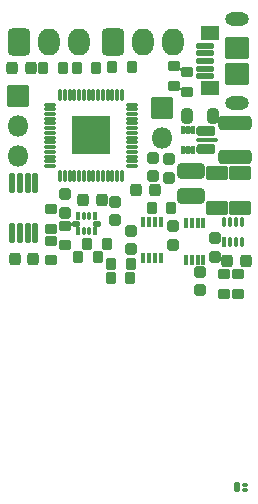
<source format=gts>
G04 #@! TF.GenerationSoftware,KiCad,Pcbnew,(6.0.7)*
G04 #@! TF.CreationDate,2022-10-27T11:55:22+02:00*
G04 #@! TF.ProjectId,soilMoistureSensor,736f696c-4d6f-4697-9374-75726553656e,rev?*
G04 #@! TF.SameCoordinates,Original*
G04 #@! TF.FileFunction,Soldermask,Top*
G04 #@! TF.FilePolarity,Negative*
%FSLAX46Y46*%
G04 Gerber Fmt 4.6, Leading zero omitted, Abs format (unit mm)*
G04 Created by KiCad (PCBNEW (6.0.7)) date 2022-10-27 11:55:22*
%MOMM*%
%LPD*%
G01*
G04 APERTURE LIST*
G04 Aperture macros list*
%AMRoundRect*
0 Rectangle with rounded corners*
0 $1 Rounding radius*
0 $2 $3 $4 $5 $6 $7 $8 $9 X,Y pos of 4 corners*
0 Add a 4 corners polygon primitive as box body*
4,1,4,$2,$3,$4,$5,$6,$7,$8,$9,$2,$3,0*
0 Add four circle primitives for the rounded corners*
1,1,$1+$1,$2,$3*
1,1,$1+$1,$4,$5*
1,1,$1+$1,$6,$7*
1,1,$1+$1,$8,$9*
0 Add four rect primitives between the rounded corners*
20,1,$1+$1,$2,$3,$4,$5,0*
20,1,$1+$1,$4,$5,$6,$7,0*
20,1,$1+$1,$6,$7,$8,$9,0*
20,1,$1+$1,$8,$9,$2,$3,0*%
G04 Aperture macros list end*
%ADD10RoundRect,0.300000X-0.650000X0.325000X-0.650000X-0.325000X0.650000X-0.325000X0.650000X0.325000X0*%
%ADD11RoundRect,0.275000X-0.225000X-0.250000X0.225000X-0.250000X0.225000X0.250000X-0.225000X0.250000X0*%
%ADD12RoundRect,0.300000X1.100000X-0.325000X1.100000X0.325000X-1.100000X0.325000X-1.100000X-0.325000X0*%
%ADD13RoundRect,0.250000X-0.275000X0.200000X-0.275000X-0.200000X0.275000X-0.200000X0.275000X0.200000X0*%
%ADD14RoundRect,0.050000X0.150000X0.400000X-0.150000X0.400000X-0.150000X-0.400000X0.150000X-0.400000X0*%
%ADD15RoundRect,0.250000X0.200000X0.275000X-0.200000X0.275000X-0.200000X-0.275000X0.200000X-0.275000X0*%
%ADD16RoundRect,0.250000X-0.200000X-0.275000X0.200000X-0.275000X0.200000X0.275000X-0.200000X0.275000X0*%
%ADD17RoundRect,0.275000X0.250000X-0.225000X0.250000X0.225000X-0.250000X0.225000X-0.250000X-0.225000X0*%
%ADD18RoundRect,0.050000X0.700000X-0.200000X0.700000X0.200000X-0.700000X0.200000X-0.700000X-0.200000X0*%
%ADD19O,2.000000X1.150000*%
%ADD20RoundRect,0.050000X0.725000X-0.575000X0.725000X0.575000X-0.725000X0.575000X-0.725000X-0.575000X0*%
%ADD21RoundRect,0.050000X0.950000X-0.875000X0.950000X0.875000X-0.950000X0.875000X-0.950000X-0.875000X0*%
%ADD22RoundRect,0.268750X0.218750X0.381250X-0.218750X0.381250X-0.218750X-0.381250X0.218750X-0.381250X0*%
%ADD23RoundRect,0.275000X-0.250000X0.225000X-0.250000X-0.225000X0.250000X-0.225000X0.250000X0.225000X0*%
%ADD24RoundRect,0.300000X-0.850000X0.375000X-0.850000X-0.375000X0.850000X-0.375000X0.850000X0.375000X0*%
%ADD25RoundRect,0.150000X0.100000X-0.712500X0.100000X0.712500X-0.100000X0.712500X-0.100000X-0.712500X0*%
%ADD26RoundRect,0.275000X0.225000X0.250000X-0.225000X0.250000X-0.225000X-0.250000X0.225000X-0.250000X0*%
%ADD27RoundRect,0.112500X0.062500X-0.337500X0.062500X0.337500X-0.062500X0.337500X-0.062500X-0.337500X0*%
%ADD28RoundRect,0.112500X0.062500X-0.287500X0.062500X0.287500X-0.062500X0.287500X-0.062500X-0.287500X0*%
%ADD29RoundRect,0.268750X-0.218750X-0.256250X0.218750X-0.256250X0.218750X0.256250X-0.218750X0.256250X0*%
%ADD30RoundRect,0.250000X-0.525000X0.200000X-0.525000X-0.200000X0.525000X-0.200000X0.525000X0.200000X0*%
%ADD31RoundRect,0.125000X-0.075000X0.225000X-0.075000X-0.225000X0.075000X-0.225000X0.075000X0.225000X0*%
%ADD32RoundRect,0.125000X-0.787500X0.075000X-0.787500X-0.075000X0.787500X-0.075000X0.787500X0.075000X0*%
%ADD33RoundRect,0.250000X0.275000X-0.200000X0.275000X0.200000X-0.275000X0.200000X-0.275000X-0.200000X0*%
%ADD34RoundRect,0.268750X0.256250X-0.218750X0.256250X0.218750X-0.256250X0.218750X-0.256250X-0.218750X0*%
%ADD35RoundRect,0.050000X-0.150000X-0.400000X0.150000X-0.400000X0.150000X0.400000X-0.150000X0.400000X0*%
%ADD36RoundRect,0.050000X-0.850000X-0.850000X0.850000X-0.850000X0.850000X0.850000X-0.850000X0.850000X0*%
%ADD37O,1.800000X1.800000*%
%ADD38RoundRect,0.100000X-0.050000X0.387500X-0.050000X-0.387500X0.050000X-0.387500X0.050000X0.387500X0*%
%ADD39RoundRect,0.100000X-0.387500X0.050000X-0.387500X-0.050000X0.387500X-0.050000X0.387500X0.050000X0*%
%ADD40RoundRect,0.050000X-1.600000X1.600000X-1.600000X-1.600000X1.600000X-1.600000X1.600000X1.600000X0*%
%ADD41RoundRect,0.050000X0.200000X-0.125000X0.200000X0.125000X-0.200000X0.125000X-0.200000X-0.125000X0*%
%ADD42RoundRect,0.050000X0.200000X-0.350000X0.200000X0.350000X-0.200000X0.350000X-0.200000X-0.350000X0*%
%ADD43RoundRect,0.112500X-0.062500X0.237500X-0.062500X-0.237500X0.062500X-0.237500X0.062500X0.237500X0*%
%ADD44RoundRect,0.137500X-0.212500X0.087500X-0.212500X-0.087500X0.212500X-0.087500X0.212500X0.087500X0*%
%ADD45RoundRect,0.050000X0.850000X0.850000X-0.850000X0.850000X-0.850000X-0.850000X0.850000X-0.850000X0*%
%ADD46RoundRect,0.300000X-0.620000X-0.845000X0.620000X-0.845000X0.620000X0.845000X-0.620000X0.845000X0*%
%ADD47O,1.840000X2.290000*%
G04 APERTURE END LIST*
D10*
X233300000Y-52425000D03*
X233300000Y-55375000D03*
D11*
X216225000Y-59700000D03*
X217775000Y-59700000D03*
D12*
X234900000Y-51075000D03*
X234900000Y-48125000D03*
D13*
X219300000Y-58150000D03*
X219300000Y-59800000D03*
D14*
X232196428Y-56625000D03*
X231696428Y-56625000D03*
X231196428Y-56625000D03*
X230696428Y-56625000D03*
X230696428Y-59725000D03*
X231196428Y-59725000D03*
X231696428Y-59725000D03*
X232196428Y-59725000D03*
D15*
X224021428Y-58400000D03*
X222371428Y-58400000D03*
D16*
X224375000Y-60100000D03*
X226025000Y-60100000D03*
D17*
X229300000Y-52775000D03*
X229300000Y-51225000D03*
D18*
X232350000Y-44200000D03*
X232350000Y-43550000D03*
X232350000Y-42900000D03*
X232350000Y-42250000D03*
X232350000Y-41600000D03*
D19*
X235000000Y-46475000D03*
D20*
X232770000Y-40580000D03*
X232770000Y-45220000D03*
D19*
X235000000Y-39325000D03*
D21*
X235000000Y-44025000D03*
X235000000Y-41775000D03*
D15*
X226000000Y-61300000D03*
X224350000Y-61300000D03*
D11*
X234225000Y-59850000D03*
X235775000Y-59850000D03*
D22*
X232962500Y-47600000D03*
X230837500Y-47600000D03*
D23*
X233150000Y-57925000D03*
X233150000Y-59475000D03*
D17*
X220446428Y-55750000D03*
X220446428Y-54200000D03*
D13*
X219246428Y-55450000D03*
X219246428Y-57100000D03*
D24*
X231100000Y-52225000D03*
X231100000Y-54375000D03*
D25*
X216025000Y-57432500D03*
X216675000Y-57432500D03*
X217325000Y-57432500D03*
X217975000Y-57432500D03*
X217975000Y-53207500D03*
X217325000Y-53207500D03*
X216675000Y-53207500D03*
X216025000Y-53207500D03*
D26*
X228075000Y-53800000D03*
X226525000Y-53800000D03*
D15*
X220290476Y-43500000D03*
X218640476Y-43500000D03*
D27*
X233950000Y-58200000D03*
D28*
X234450000Y-58250000D03*
X234950000Y-58250000D03*
X235450000Y-58250000D03*
X235450000Y-56550000D03*
X234950000Y-56550000D03*
X234450000Y-56550000D03*
X233950000Y-56550000D03*
D29*
X215977976Y-43500000D03*
X217552976Y-43500000D03*
D13*
X229700000Y-43375000D03*
X229700000Y-45025000D03*
D30*
X232387500Y-48850000D03*
D31*
X231337500Y-48750000D03*
X230887500Y-48750000D03*
X230437500Y-48750000D03*
X230437500Y-50450000D03*
X230887500Y-50450000D03*
X231337500Y-50450000D03*
D30*
X232387500Y-50350000D03*
D32*
X232525000Y-49600000D03*
D33*
X233950000Y-62625000D03*
X233950000Y-60975000D03*
D34*
X227900000Y-52687500D03*
X227900000Y-51112500D03*
D10*
X235300000Y-52425000D03*
X235300000Y-55375000D03*
D23*
X229646428Y-56900000D03*
X229646428Y-58450000D03*
D13*
X230800000Y-43875000D03*
X230800000Y-45525000D03*
D23*
X226046428Y-57300000D03*
X226046428Y-58850000D03*
D35*
X227096428Y-59625000D03*
X227596428Y-59625000D03*
X228096428Y-59625000D03*
X228596428Y-59625000D03*
X228596428Y-56525000D03*
X228096428Y-56525000D03*
X227596428Y-56525000D03*
X227096428Y-56525000D03*
D16*
X221450000Y-43500000D03*
X223100000Y-43500000D03*
D36*
X216475000Y-45875000D03*
D37*
X216475000Y-48415000D03*
X216475000Y-50955000D03*
D16*
X221575000Y-59500000D03*
X223225000Y-59500000D03*
D23*
X231900000Y-60775000D03*
X231900000Y-62325000D03*
D17*
X224700000Y-56375000D03*
X224700000Y-54825000D03*
D33*
X235100000Y-62625000D03*
X235100000Y-60975000D03*
D38*
X225275000Y-45762500D03*
X224875000Y-45762500D03*
X224475000Y-45762500D03*
X224075000Y-45762500D03*
X223675000Y-45762500D03*
X223275000Y-45762500D03*
X222875000Y-45762500D03*
X222475000Y-45762500D03*
X222075000Y-45762500D03*
X221675000Y-45762500D03*
X221275000Y-45762500D03*
X220875000Y-45762500D03*
X220475000Y-45762500D03*
X220075000Y-45762500D03*
D39*
X219237500Y-46600000D03*
X219237500Y-47000000D03*
X219237500Y-47400000D03*
X219237500Y-47800000D03*
X219237500Y-48200000D03*
X219237500Y-48600000D03*
X219237500Y-49000000D03*
X219237500Y-49400000D03*
X219237500Y-49800000D03*
X219237500Y-50200000D03*
X219237500Y-50600000D03*
X219237500Y-51000000D03*
X219237500Y-51400000D03*
X219237500Y-51800000D03*
D38*
X220075000Y-52637500D03*
X220475000Y-52637500D03*
X220875000Y-52637500D03*
X221275000Y-52637500D03*
X221675000Y-52637500D03*
X222075000Y-52637500D03*
X222475000Y-52637500D03*
X222875000Y-52637500D03*
X223275000Y-52637500D03*
X223675000Y-52637500D03*
X224075000Y-52637500D03*
X224475000Y-52637500D03*
X224875000Y-52637500D03*
X225275000Y-52637500D03*
D39*
X226112500Y-51800000D03*
X226112500Y-51400000D03*
X226112500Y-51000000D03*
X226112500Y-50600000D03*
X226112500Y-50200000D03*
X226112500Y-49800000D03*
X226112500Y-49400000D03*
X226112500Y-49000000D03*
X226112500Y-48600000D03*
X226112500Y-48200000D03*
X226112500Y-47800000D03*
X226112500Y-47400000D03*
X226112500Y-47000000D03*
X226112500Y-46600000D03*
D40*
X222675000Y-49200000D03*
D41*
X235700000Y-79225000D03*
X235700000Y-78775000D03*
D42*
X235000000Y-79000000D03*
D15*
X226125000Y-43400000D03*
X224475000Y-43400000D03*
D11*
X222025000Y-54700000D03*
X223575000Y-54700000D03*
D15*
X229471428Y-55375000D03*
X227821428Y-55375000D03*
D13*
X220496428Y-56875000D03*
X220496428Y-58525000D03*
D31*
X223046428Y-56075000D03*
D43*
X222546428Y-56075000D03*
X222046428Y-56075000D03*
D31*
X221546428Y-56075000D03*
D44*
X221421428Y-56700000D03*
D31*
X221546428Y-57325000D03*
D43*
X222046428Y-57325000D03*
X222546428Y-57325000D03*
D31*
X223046428Y-57325000D03*
D44*
X223171428Y-56700000D03*
D45*
X228650000Y-46850000D03*
D37*
X228650000Y-49390000D03*
D46*
X224575000Y-41320000D03*
D47*
X227115000Y-41320000D03*
X229655000Y-41320000D03*
D46*
X216575000Y-41320000D03*
D47*
X219115000Y-41320000D03*
X221655000Y-41320000D03*
G36*
X233793418Y-59426070D02*
G01*
X233793149Y-59427699D01*
X233747818Y-59495541D01*
X233727000Y-59600199D01*
X233727000Y-59867586D01*
X233726000Y-59869318D01*
X233724000Y-59869318D01*
X233723152Y-59868351D01*
X233708826Y-59833764D01*
X233675002Y-59819754D01*
X233640950Y-59833858D01*
X233631428Y-59847458D01*
X233626450Y-59858134D01*
X233626051Y-59858703D01*
X233609928Y-59874826D01*
X233607996Y-59875344D01*
X233606582Y-59873930D01*
X233606851Y-59872301D01*
X233652182Y-59804459D01*
X233673000Y-59699801D01*
X233673000Y-59432414D01*
X233674000Y-59430682D01*
X233676000Y-59430682D01*
X233676848Y-59431649D01*
X233691174Y-59466236D01*
X233724998Y-59480246D01*
X233759050Y-59466142D01*
X233768572Y-59452542D01*
X233773550Y-59441866D01*
X233773949Y-59441297D01*
X233790072Y-59425174D01*
X233792004Y-59424656D01*
X233793418Y-59426070D01*
G37*
G36*
X222959127Y-56923000D02*
G01*
X223243285Y-56923000D01*
X223245017Y-56924000D01*
X223245017Y-56926000D01*
X223244050Y-56926848D01*
X223209463Y-56941174D01*
X223195453Y-56974998D01*
X223206791Y-57002371D01*
X223206530Y-57004354D01*
X223206337Y-57004534D01*
X223209392Y-57009106D01*
X223209523Y-57011102D01*
X223207860Y-57012213D01*
X223206618Y-57011880D01*
X223168484Y-56986400D01*
X223121229Y-56977000D01*
X222971627Y-56977000D01*
X222924372Y-56986400D01*
X222909335Y-56996447D01*
X222907339Y-56996578D01*
X222906228Y-56994915D01*
X222906561Y-56993673D01*
X222925967Y-56964630D01*
X222918781Y-56928504D01*
X222906553Y-56916277D01*
X222906035Y-56914345D01*
X222907449Y-56912931D01*
X222908357Y-56912901D01*
X222959127Y-56923000D01*
G37*
G36*
X221686829Y-56913457D02*
G01*
X221687219Y-56915419D01*
X221686988Y-56915887D01*
X221666889Y-56945965D01*
X221674075Y-56982091D01*
X221683959Y-56991976D01*
X221684477Y-56993908D01*
X221683063Y-56995322D01*
X221681434Y-56995053D01*
X221668484Y-56986400D01*
X221621229Y-56977000D01*
X221471627Y-56977000D01*
X221424372Y-56986400D01*
X221386238Y-57011881D01*
X221384242Y-57012012D01*
X221383131Y-57010349D01*
X221383464Y-57009107D01*
X221386484Y-57004587D01*
X221385703Y-57004065D01*
X221384818Y-57002271D01*
X221385151Y-57001291D01*
X221396483Y-56984335D01*
X221389342Y-56948426D01*
X221358631Y-56927902D01*
X221349372Y-56926990D01*
X221347746Y-56925825D01*
X221347942Y-56923835D01*
X221349568Y-56923000D01*
X221633729Y-56923000D01*
X221684935Y-56912814D01*
X221686829Y-56913457D01*
G37*
G36*
X221083199Y-56561459D02*
G01*
X221083367Y-56562734D01*
X221073428Y-56612699D01*
X221073428Y-56787301D01*
X221083780Y-56839340D01*
X221111969Y-56881529D01*
X221112100Y-56883525D01*
X221110437Y-56884636D01*
X221109195Y-56884303D01*
X221103916Y-56880776D01*
X221103761Y-56880852D01*
X221102781Y-56880519D01*
X221080763Y-56865804D01*
X221044854Y-56872945D01*
X221024330Y-56903656D01*
X221023418Y-56912915D01*
X221022253Y-56914541D01*
X221020263Y-56914345D01*
X221019428Y-56912719D01*
X221019428Y-56675199D01*
X221000513Y-56580108D01*
X220992859Y-56568653D01*
X220992728Y-56566657D01*
X220994391Y-56565546D01*
X220995900Y-56566092D01*
X221018153Y-56587246D01*
X221054750Y-56586319D01*
X221074082Y-56565983D01*
X221076001Y-56565417D01*
X221076643Y-56565698D01*
X221076723Y-56565751D01*
X221079742Y-56561233D01*
X221081536Y-56560348D01*
X221083199Y-56561459D01*
G37*
G36*
X223209725Y-56389651D02*
G01*
X223209392Y-56390893D01*
X223206372Y-56395413D01*
X223207153Y-56395935D01*
X223208038Y-56397729D01*
X223207705Y-56398709D01*
X223196373Y-56415665D01*
X223203514Y-56451574D01*
X223234225Y-56472098D01*
X223243484Y-56473010D01*
X223245110Y-56474175D01*
X223244914Y-56476165D01*
X223243288Y-56477000D01*
X222959127Y-56477000D01*
X222907921Y-56487186D01*
X222906027Y-56486543D01*
X222905637Y-56484581D01*
X222905868Y-56484113D01*
X222925967Y-56454035D01*
X222918781Y-56417909D01*
X222908897Y-56408024D01*
X222908379Y-56406092D01*
X222909793Y-56404678D01*
X222911422Y-56404947D01*
X222924372Y-56413600D01*
X222971627Y-56423000D01*
X223121229Y-56423000D01*
X223168484Y-56413600D01*
X223206618Y-56388119D01*
X223208614Y-56387988D01*
X223209725Y-56389651D01*
G37*
G36*
X221386238Y-56388120D02*
G01*
X221424372Y-56413600D01*
X221471627Y-56423000D01*
X221621229Y-56423000D01*
X221668484Y-56413600D01*
X221683521Y-56403553D01*
X221685517Y-56403422D01*
X221686628Y-56405085D01*
X221686295Y-56406327D01*
X221666889Y-56435370D01*
X221674075Y-56471496D01*
X221686303Y-56483723D01*
X221686821Y-56485655D01*
X221685407Y-56487069D01*
X221684499Y-56487099D01*
X221633729Y-56477000D01*
X221349571Y-56477000D01*
X221347839Y-56476000D01*
X221347839Y-56474000D01*
X221348806Y-56473152D01*
X221383393Y-56458826D01*
X221397403Y-56425002D01*
X221386065Y-56397629D01*
X221386326Y-56395646D01*
X221386519Y-56395466D01*
X221383464Y-56390894D01*
X221383333Y-56388898D01*
X221384996Y-56387787D01*
X221386238Y-56388120D01*
G37*
G36*
X230624126Y-50168064D02*
G01*
X230653167Y-50187469D01*
X230689294Y-50180283D01*
X230699175Y-50170402D01*
X230701107Y-50169884D01*
X230702521Y-50171298D01*
X230702252Y-50172927D01*
X230698900Y-50177944D01*
X230689500Y-50225199D01*
X230689500Y-50674801D01*
X230698900Y-50722056D01*
X230703648Y-50729162D01*
X230703779Y-50731158D01*
X230702116Y-50732269D01*
X230700874Y-50731936D01*
X230671833Y-50712531D01*
X230635706Y-50719717D01*
X230625825Y-50729598D01*
X230623893Y-50730116D01*
X230622479Y-50728702D01*
X230622748Y-50727073D01*
X230626100Y-50722056D01*
X230635500Y-50674801D01*
X230635500Y-50225199D01*
X230626100Y-50177944D01*
X230621352Y-50170838D01*
X230621221Y-50168842D01*
X230622884Y-50167731D01*
X230624126Y-50168064D01*
G37*
G36*
X231074126Y-50168064D02*
G01*
X231103167Y-50187469D01*
X231139294Y-50180283D01*
X231149175Y-50170402D01*
X231151107Y-50169884D01*
X231152521Y-50171298D01*
X231152252Y-50172927D01*
X231148900Y-50177944D01*
X231139500Y-50225199D01*
X231139500Y-50674801D01*
X231148900Y-50722056D01*
X231153648Y-50729162D01*
X231153779Y-50731158D01*
X231152116Y-50732269D01*
X231150874Y-50731936D01*
X231121833Y-50712531D01*
X231085706Y-50719717D01*
X231075825Y-50729598D01*
X231073893Y-50730116D01*
X231072479Y-50728702D01*
X231072748Y-50727073D01*
X231076100Y-50722056D01*
X231085500Y-50674801D01*
X231085500Y-50225199D01*
X231076100Y-50177944D01*
X231071352Y-50170838D01*
X231071221Y-50168842D01*
X231072884Y-50167731D01*
X231074126Y-50168064D01*
G37*
G36*
X231613757Y-50150011D02*
G01*
X231614500Y-50151566D01*
X231614500Y-50549801D01*
X231631006Y-50632785D01*
X231630363Y-50634679D01*
X231628401Y-50635069D01*
X231627666Y-50634625D01*
X231604680Y-50612773D01*
X231568082Y-50613700D01*
X231542693Y-50640406D01*
X231539466Y-50657781D01*
X231538167Y-50659302D01*
X231536200Y-50658936D01*
X231535500Y-50657416D01*
X231535500Y-50225199D01*
X231526100Y-50177944D01*
X231522289Y-50172240D01*
X231522158Y-50170244D01*
X231523821Y-50169133D01*
X231525063Y-50169466D01*
X231554107Y-50188873D01*
X231590015Y-50181730D01*
X231610814Y-50150601D01*
X231610969Y-50150705D01*
X231611782Y-50149699D01*
X231613757Y-50150011D01*
G37*
G36*
X231539348Y-48541880D02*
G01*
X231553674Y-48576467D01*
X231587498Y-48590477D01*
X231621538Y-48576378D01*
X231626795Y-48568707D01*
X231628599Y-48567844D01*
X231630249Y-48568975D01*
X231630407Y-48570228D01*
X231614500Y-48650199D01*
X231614500Y-49049805D01*
X231614807Y-49051346D01*
X231614357Y-49052673D01*
X231615304Y-49053843D01*
X231629063Y-49123015D01*
X231628420Y-49124909D01*
X231626458Y-49125299D01*
X231625273Y-49124217D01*
X231617613Y-49106972D01*
X231617455Y-49106393D01*
X231611356Y-49054466D01*
X231611844Y-49053332D01*
X231611100Y-49052713D01*
X231593092Y-49020491D01*
X231557865Y-49010523D01*
X231526726Y-49027926D01*
X231524726Y-49027898D01*
X231523750Y-49026152D01*
X231524087Y-49025069D01*
X231526100Y-49022056D01*
X231535500Y-48974801D01*
X231535500Y-48542645D01*
X231536500Y-48540913D01*
X231538500Y-48540913D01*
X231539348Y-48541880D01*
G37*
G36*
X231074126Y-48468064D02*
G01*
X231103167Y-48487469D01*
X231139294Y-48480283D01*
X231149175Y-48470402D01*
X231151107Y-48469884D01*
X231152521Y-48471298D01*
X231152252Y-48472927D01*
X231148900Y-48477944D01*
X231139500Y-48525199D01*
X231139500Y-48974801D01*
X231148900Y-49022056D01*
X231153648Y-49029162D01*
X231153779Y-49031158D01*
X231152116Y-49032269D01*
X231150874Y-49031936D01*
X231121833Y-49012531D01*
X231085706Y-49019717D01*
X231075825Y-49029598D01*
X231073893Y-49030116D01*
X231072479Y-49028702D01*
X231072748Y-49027073D01*
X231076100Y-49022056D01*
X231085500Y-48974801D01*
X231085500Y-48525199D01*
X231076100Y-48477944D01*
X231071352Y-48470838D01*
X231071221Y-48468842D01*
X231072884Y-48467731D01*
X231074126Y-48468064D01*
G37*
G36*
X230624126Y-48468064D02*
G01*
X230653167Y-48487469D01*
X230689294Y-48480283D01*
X230699175Y-48470402D01*
X230701107Y-48469884D01*
X230702521Y-48471298D01*
X230702252Y-48472927D01*
X230698900Y-48477944D01*
X230689500Y-48525199D01*
X230689500Y-48974801D01*
X230698900Y-49022056D01*
X230703648Y-49029162D01*
X230703779Y-49031158D01*
X230702116Y-49032269D01*
X230700874Y-49031936D01*
X230671833Y-49012531D01*
X230635706Y-49019717D01*
X230625825Y-49029598D01*
X230623893Y-49030116D01*
X230622479Y-49028702D01*
X230622748Y-49027073D01*
X230626100Y-49022056D01*
X230635500Y-48974801D01*
X230635500Y-48525199D01*
X230626100Y-48477944D01*
X230621352Y-48470838D01*
X230621221Y-48468842D01*
X230622884Y-48467731D01*
X230624126Y-48468064D01*
G37*
G36*
X233451848Y-47626802D02*
G01*
X233466175Y-47661391D01*
X233499999Y-47675401D01*
X233534059Y-47661293D01*
X233541035Y-47651523D01*
X233542856Y-47650694D01*
X233544483Y-47651856D01*
X233544492Y-47653494D01*
X233509998Y-47731515D01*
X233502000Y-47800120D01*
X233502000Y-48147675D01*
X233501000Y-48149407D01*
X233499000Y-48149407D01*
X233498152Y-48148440D01*
X233483826Y-48113853D01*
X233450002Y-48099843D01*
X233415950Y-48113947D01*
X233406428Y-48127546D01*
X233402579Y-48135800D01*
X233402180Y-48136369D01*
X233386491Y-48152058D01*
X233384559Y-48152576D01*
X233383145Y-48151162D01*
X233383414Y-48149533D01*
X233427658Y-48083317D01*
X233448000Y-47981051D01*
X233448000Y-47627567D01*
X233449000Y-47625835D01*
X233451000Y-47625835D01*
X233451848Y-47626802D01*
G37*
G36*
X230226848Y-45160328D02*
G01*
X230241175Y-45194917D01*
X230274999Y-45208927D01*
X230309039Y-45194828D01*
X230315505Y-45185393D01*
X230315740Y-45185111D01*
X230332302Y-45168520D01*
X230334233Y-45168001D01*
X230335648Y-45169414D01*
X230335380Y-45171044D01*
X230295915Y-45230108D01*
X230277000Y-45325199D01*
X230277000Y-45388907D01*
X230276000Y-45390639D01*
X230274000Y-45390639D01*
X230273152Y-45389672D01*
X230258825Y-45355083D01*
X230225001Y-45341073D01*
X230190961Y-45355172D01*
X230184495Y-45364607D01*
X230184260Y-45364889D01*
X230167698Y-45381480D01*
X230165767Y-45381999D01*
X230164352Y-45380586D01*
X230164620Y-45378956D01*
X230204085Y-45319892D01*
X230223000Y-45224801D01*
X230223000Y-45161093D01*
X230224000Y-45159361D01*
X230226000Y-45159361D01*
X230226848Y-45160328D01*
G37*
G36*
X230226848Y-43510328D02*
G01*
X230241175Y-43544917D01*
X230274999Y-43558927D01*
X230309039Y-43544828D01*
X230315505Y-43535393D01*
X230315740Y-43535111D01*
X230332302Y-43518520D01*
X230334233Y-43518001D01*
X230335648Y-43519414D01*
X230335380Y-43521044D01*
X230295915Y-43580108D01*
X230277000Y-43675199D01*
X230277000Y-43738907D01*
X230276000Y-43740639D01*
X230274000Y-43740639D01*
X230273152Y-43739672D01*
X230258825Y-43705083D01*
X230225001Y-43691073D01*
X230190961Y-43705172D01*
X230184495Y-43714607D01*
X230184260Y-43714889D01*
X230167698Y-43731480D01*
X230165767Y-43731999D01*
X230164352Y-43730586D01*
X230164620Y-43728956D01*
X230204085Y-43669892D01*
X230223000Y-43574801D01*
X230223000Y-43511093D01*
X230224000Y-43509361D01*
X230226000Y-43509361D01*
X230226848Y-43510328D01*
G37*
M02*

</source>
